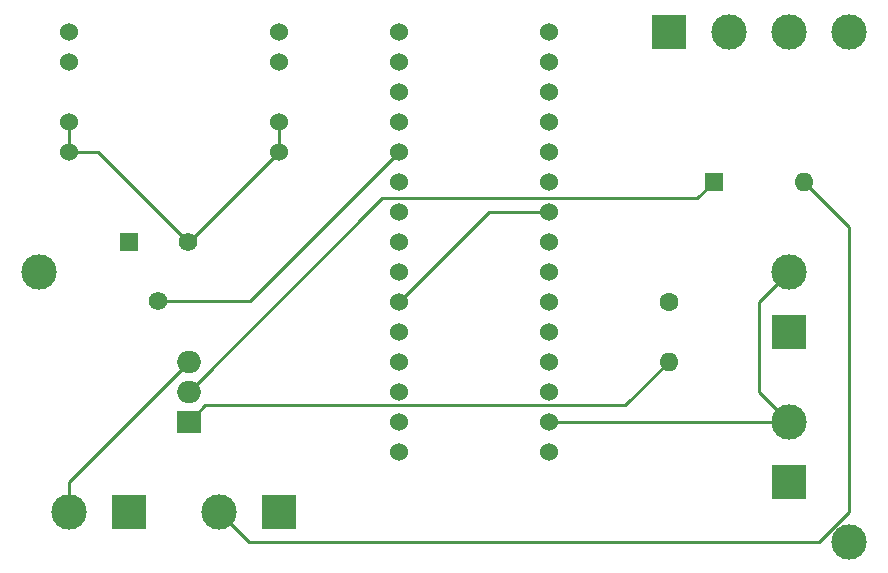
<source format=gbr>
%TF.GenerationSoftware,KiCad,Pcbnew,(6.0.5-0)*%
%TF.CreationDate,2022-06-17T15:09:36-06:00*%
%TF.ProjectId,ESP32,45535033-322e-46b6-9963-61645f706362,rev?*%
%TF.SameCoordinates,Original*%
%TF.FileFunction,Copper,L2,Bot*%
%TF.FilePolarity,Positive*%
%FSLAX46Y46*%
G04 Gerber Fmt 4.6, Leading zero omitted, Abs format (unit mm)*
G04 Created by KiCad (PCBNEW (6.0.5-0)) date 2022-06-17 15:09:36*
%MOMM*%
%LPD*%
G01*
G04 APERTURE LIST*
%TA.AperFunction,ComponentPad*%
%ADD10R,3.000000X3.000000*%
%TD*%
%TA.AperFunction,ComponentPad*%
%ADD11C,3.000000*%
%TD*%
%TA.AperFunction,ComponentPad*%
%ADD12R,1.560000X1.560000*%
%TD*%
%TA.AperFunction,ComponentPad*%
%ADD13C,1.560000*%
%TD*%
%TA.AperFunction,ComponentPad*%
%ADD14R,1.600000X1.600000*%
%TD*%
%TA.AperFunction,ComponentPad*%
%ADD15O,1.600000X1.600000*%
%TD*%
%TA.AperFunction,ComponentPad*%
%ADD16C,1.524000*%
%TD*%
%TA.AperFunction,ComponentPad*%
%ADD17R,2.000000X1.905000*%
%TD*%
%TA.AperFunction,ComponentPad*%
%ADD18O,2.000000X1.905000*%
%TD*%
%TA.AperFunction,ComponentPad*%
%ADD19C,1.600000*%
%TD*%
%TA.AperFunction,ViaPad*%
%ADD20C,3.000000*%
%TD*%
%TA.AperFunction,Conductor*%
%ADD21C,0.250000*%
%TD*%
G04 APERTURE END LIST*
D10*
%TO.P,J3,1,Pin_1*%
%TO.N,DIR*%
X182880000Y-127000000D03*
D11*
%TO.P,J3,2,Pin_2*%
%TO.N,GND*%
X182880000Y-121920000D03*
%TD*%
D12*
%TO.P,RV1,1,1*%
%TO.N,+5V*%
X127000000Y-106680000D03*
D13*
%TO.P,RV1,2,2*%
%TO.N,Net-(U1-Pad5)*%
X129500000Y-111680000D03*
%TO.P,RV1,3,3*%
%TO.N,GND*%
X132000000Y-106680000D03*
%TD*%
D10*
%TO.P,J5,1,Pin_1*%
%TO.N,+5V*%
X172720000Y-88900000D03*
D11*
%TO.P,J5,2,Pin_2*%
%TO.N,ENABLE*%
X177800000Y-88900000D03*
%TO.P,J5,3,Pin_3*%
%TO.N,GND*%
X182880000Y-88900000D03*
%TD*%
D14*
%TO.P,SW1,1,A*%
%TO.N,MOSFET_GND*%
X176540000Y-101600000D03*
D15*
%TO.P,SW1,2,B*%
%TO.N,Variable Ground*%
X184160000Y-101600000D03*
%TD*%
D10*
%TO.P,J1,1,Pin_1*%
%TO.N,VCC*%
X139700000Y-129540000D03*
D11*
%TO.P,J1,2,Pin_2*%
%TO.N,Variable Ground*%
X134620000Y-129540000D03*
%TD*%
D16*
%TO.P,U2,1,IN+*%
%TO.N,VCC*%
X121920000Y-91440000D03*
X121920000Y-88900000D03*
%TO.P,U2,2,IN-*%
%TO.N,GND*%
X121920000Y-99060000D03*
X121920000Y-96520000D03*
%TO.P,U2,3,5v*%
%TO.N,+5V*%
X139700000Y-88900000D03*
X139700000Y-91440000D03*
%TO.P,U2,4,5v-*%
%TO.N,GND*%
X139700000Y-99060000D03*
X139700000Y-96520000D03*
%TD*%
D17*
%TO.P,Q1,1,G*%
%TO.N,Net-(Q1-Pad1)*%
X132080000Y-121920000D03*
D18*
%TO.P,Q1,2,D*%
%TO.N,MOSFET_GND*%
X132080000Y-119380000D03*
%TO.P,Q1,3,S*%
%TO.N,GND*%
X132080000Y-116840000D03*
%TD*%
D16*
%TO.P,U1,1,A0*%
%TO.N,unconnected-(U1-Pad1)*%
X149860000Y-88900000D03*
%TO.P,U1,2,RES0*%
%TO.N,unconnected-(U1-Pad2)*%
X149860000Y-91440000D03*
%TO.P,U1,3,RES1*%
%TO.N,unconnected-(U1-Pad3)*%
X149860000Y-93980000D03*
%TO.P,U1,4,SD3*%
%TO.N,unconnected-(U1-Pad4)*%
X149860000Y-96520000D03*
%TO.P,U1,5,SD2*%
%TO.N,Net-(U1-Pad5)*%
X149860000Y-99060000D03*
%TO.P,U1,6,SD1*%
%TO.N,unconnected-(U1-Pad6)*%
X149860000Y-101600000D03*
%TO.P,U1,7,CMD*%
%TO.N,unconnected-(U1-Pad7)*%
X149860000Y-104140000D03*
%TO.P,U1,8,SD0*%
%TO.N,unconnected-(U1-Pad8)*%
X149860000Y-106680000D03*
%TO.P,U1,9,CLK*%
%TO.N,unconnected-(U1-Pad9)*%
X149860000Y-109220000D03*
%TO.P,U1,10,GND0*%
%TO.N,GND*%
X149860000Y-111760000D03*
%TO.P,U1,11,3V3_1*%
%TO.N,unconnected-(U1-Pad11)*%
X149860000Y-114300000D03*
%TO.P,U1,12,EN*%
%TO.N,unconnected-(U1-Pad12)*%
X149860000Y-116840000D03*
%TO.P,U1,13,RST*%
%TO.N,unconnected-(U1-Pad13)*%
X149860000Y-119380000D03*
%TO.P,U1,14,GND1*%
%TO.N,unconnected-(U1-Pad14)*%
X149860000Y-121920000D03*
%TO.P,U1,15,VIN*%
%TO.N,+5V*%
X149860000Y-124460000D03*
%TO.P,U1,16,D0*%
%TO.N,unconnected-(U1-Pad16)*%
X162560000Y-88900000D03*
%TO.P,U1,17,D1*%
%TO.N,unconnected-(U1-Pad17)*%
X162560000Y-91440000D03*
%TO.P,U1,18,D2*%
%TO.N,ENABLE*%
X162560000Y-93980000D03*
%TO.P,U1,19,D3*%
%TO.N,unconnected-(U1-Pad19)*%
X162560000Y-96520000D03*
%TO.P,U1,20,D4*%
%TO.N,unconnected-(U1-Pad20)*%
X162560000Y-99060000D03*
%TO.P,U1,21,3V3_2*%
%TO.N,unconnected-(U1-Pad21)*%
X162560000Y-101600000D03*
%TO.P,U1,22,GND2*%
%TO.N,GND*%
X162560000Y-104140000D03*
%TO.P,U1,23,D5*%
%TO.N,unconnected-(U1-Pad23)*%
X162560000Y-106680000D03*
%TO.P,U1,24,D6*%
%TO.N,PUL*%
X162560000Y-109220000D03*
%TO.P,U1,25,D7*%
%TO.N,DIR*%
X162560000Y-111760000D03*
%TO.P,U1,26,D8*%
%TO.N,unconnected-(U1-Pad26)*%
X162560000Y-114300000D03*
%TO.P,U1,27,RX*%
%TO.N,unconnected-(U1-Pad27)*%
X162560000Y-116840000D03*
%TO.P,U1,28,TX*%
%TO.N,unconnected-(U1-Pad28)*%
X162560000Y-119380000D03*
%TO.P,U1,29,GND3*%
%TO.N,GND*%
X162560000Y-121920000D03*
%TO.P,U1,30,3v3_3*%
%TO.N,unconnected-(U1-Pad30)*%
X162560000Y-124460000D03*
%TD*%
D10*
%TO.P,J4,1,Pin_1*%
%TO.N,PUL*%
X182880000Y-114300000D03*
D11*
%TO.P,J4,2,Pin_2*%
%TO.N,GND*%
X182880000Y-109220000D03*
%TD*%
D10*
%TO.P,J2,1,Pin_1*%
%TO.N,VCC*%
X127000000Y-129540000D03*
D11*
%TO.P,J2,2,Pin_2*%
%TO.N,GND*%
X121920000Y-129540000D03*
%TD*%
D19*
%TO.P,R1,1*%
%TO.N,ENABLE*%
X172720000Y-111760000D03*
D15*
%TO.P,R1,2*%
%TO.N,Net-(Q1-Pad1)*%
X172720000Y-116840000D03*
%TD*%
D20*
%TO.N,*%
X119380000Y-109220000D03*
X187960000Y-132080000D03*
X187960000Y-88900000D03*
%TD*%
D21*
%TO.N,Variable Ground*%
X134620000Y-129540000D02*
X137160000Y-132080000D01*
X137160000Y-132080000D02*
X185420000Y-132080000D01*
X185420000Y-132080000D02*
X187960000Y-129540000D01*
X187960000Y-129540000D02*
X187960000Y-105400000D01*
X187960000Y-105400000D02*
X184160000Y-101600000D01*
%TO.N,Net-(U1-Pad5)*%
X129500000Y-111680000D02*
X137240000Y-111680000D01*
X137240000Y-111680000D02*
X149860000Y-99060000D01*
%TO.N,MOSFET_GND*%
X176540000Y-101600000D02*
X175136511Y-103003489D01*
X148456511Y-103003489D02*
X132080000Y-119380000D01*
X175136511Y-103003489D02*
X148456511Y-103003489D01*
%TO.N,GND*%
X121920000Y-127000000D02*
X121920000Y-129540000D01*
X132080000Y-106680000D02*
X139700000Y-99060000D01*
X121920000Y-96520000D02*
X121920000Y-99060000D01*
X157480000Y-104140000D02*
X149860000Y-111760000D01*
X180340000Y-111760000D02*
X180340000Y-119380000D01*
X182880000Y-109220000D02*
X180340000Y-111760000D01*
X124380000Y-99060000D02*
X132000000Y-106680000D01*
X139700000Y-99060000D02*
X139700000Y-96520000D01*
X162560000Y-104140000D02*
X157480000Y-104140000D01*
X132080000Y-116840000D02*
X121920000Y-127000000D01*
X162560000Y-121920000D02*
X182880000Y-121920000D01*
X180340000Y-119380000D02*
X182880000Y-121920000D01*
X132000000Y-116760000D02*
X132080000Y-116840000D01*
X121920000Y-99060000D02*
X124380000Y-99060000D01*
%TO.N,Net-(Q1-Pad1)*%
X169043489Y-120516511D02*
X172720000Y-116840000D01*
X133483489Y-120516511D02*
X169043489Y-120516511D01*
X132080000Y-121920000D02*
X133483489Y-120516511D01*
%TD*%
M02*

</source>
